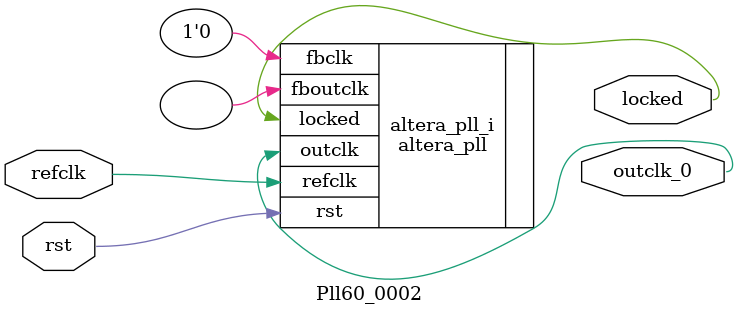
<source format=v>
`timescale 1ns/10ps
module  Pll60_0002(

	// interface 'refclk'
	input wire refclk,

	// interface 'reset'
	input wire rst,

	// interface 'outclk0'
	output wire outclk_0,

	// interface 'locked'
	output wire locked
);

	altera_pll #(
		.fractional_vco_multiplier("false"),
		.reference_clock_frequency("50.0 MHz"),
		.operation_mode("direct"),
		.number_of_clocks(1),
		.output_clock_frequency0("60.000000 MHz"),
		.phase_shift0("0 ps"),
		.duty_cycle0(50),
		.output_clock_frequency1("0 MHz"),
		.phase_shift1("0 ps"),
		.duty_cycle1(50),
		.output_clock_frequency2("0 MHz"),
		.phase_shift2("0 ps"),
		.duty_cycle2(50),
		.output_clock_frequency3("0 MHz"),
		.phase_shift3("0 ps"),
		.duty_cycle3(50),
		.output_clock_frequency4("0 MHz"),
		.phase_shift4("0 ps"),
		.duty_cycle4(50),
		.output_clock_frequency5("0 MHz"),
		.phase_shift5("0 ps"),
		.duty_cycle5(50),
		.output_clock_frequency6("0 MHz"),
		.phase_shift6("0 ps"),
		.duty_cycle6(50),
		.output_clock_frequency7("0 MHz"),
		.phase_shift7("0 ps"),
		.duty_cycle7(50),
		.output_clock_frequency8("0 MHz"),
		.phase_shift8("0 ps"),
		.duty_cycle8(50),
		.output_clock_frequency9("0 MHz"),
		.phase_shift9("0 ps"),
		.duty_cycle9(50),
		.output_clock_frequency10("0 MHz"),
		.phase_shift10("0 ps"),
		.duty_cycle10(50),
		.output_clock_frequency11("0 MHz"),
		.phase_shift11("0 ps"),
		.duty_cycle11(50),
		.output_clock_frequency12("0 MHz"),
		.phase_shift12("0 ps"),
		.duty_cycle12(50),
		.output_clock_frequency13("0 MHz"),
		.phase_shift13("0 ps"),
		.duty_cycle13(50),
		.output_clock_frequency14("0 MHz"),
		.phase_shift14("0 ps"),
		.duty_cycle14(50),
		.output_clock_frequency15("0 MHz"),
		.phase_shift15("0 ps"),
		.duty_cycle15(50),
		.output_clock_frequency16("0 MHz"),
		.phase_shift16("0 ps"),
		.duty_cycle16(50),
		.output_clock_frequency17("0 MHz"),
		.phase_shift17("0 ps"),
		.duty_cycle17(50),
		.pll_type("General"),
		.pll_subtype("General")
	) altera_pll_i (
		.rst	(rst),
		.outclk	({outclk_0}),
		.locked	(locked),
		.fboutclk	( ),
		.fbclk	(1'b0),
		.refclk	(refclk)
	);
endmodule


</source>
